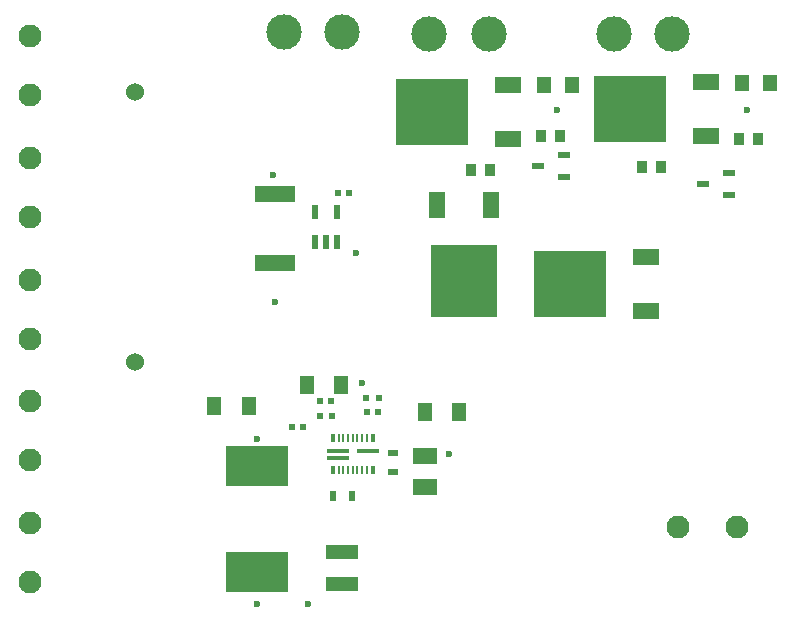
<source format=gbr>
%FSTAX23Y23*%
%MOIN*%
%SFA1B1*%

%IPPOS*%
%ADD10R,0.035430X0.039370*%
%ADD11R,0.041340X0.023620*%
%ADD15C,0.023620*%
%ADD16R,0.023620X0.024410*%
%ADD20R,0.047240X0.062990*%
%ADD27R,0.107090X0.048030*%
%ADD37R,0.037010X0.021260*%
%ADD51C,0.076770*%
%ADD52C,0.060000*%
%ADD53C,0.118110*%
%ADD57R,0.055000X0.090000*%
%ADD58R,0.224020X0.243310*%
%ADD59R,0.090000X0.055000*%
%ADD60R,0.243310X0.224020*%
%ADD61R,0.135830X0.057090*%
%ADD62R,0.045280X0.055120*%
%ADD63R,0.023620X0.047240*%
%ADD64R,0.208660X0.137400*%
%ADD65R,0.074800X0.011810*%
%ADD66R,0.011810X0.027560*%
%ADD67R,0.007870X0.027560*%
%ADD68R,0.079130X0.054330*%
%ADD69R,0.018700X0.019680*%
%ADD70R,0.021260X0.037010*%
%LNpwr_board_final_pads_bot-1*%
%LPD*%
G54D10*
X02333Y01495D03*
X02396D03*
X01763Y01485D03*
X01826D03*
X02721Y0159D03*
X02658D03*
X02061Y016D03*
X01998D03*
G54D11*
X02536Y0144D03*
X02623Y01402D03*
Y01477D03*
X02073Y01537D03*
Y01462D03*
X01986Y015D03*
G54D15*
X02685Y01685D03*
X0205D03*
X0138Y0121D03*
X0111Y01045D03*
X01105Y0147D03*
X014Y00775D03*
X0169Y0054D03*
X0105Y0059D03*
X01221Y0004D03*
X0105D03*
G54D16*
X01358Y0141D03*
X01321D03*
X01298Y00715D03*
X01261D03*
X01454Y0068D03*
X01417D03*
X01203Y00628D03*
X01167D03*
G54D20*
X00907Y007D03*
X01022D03*
X01217Y0077D03*
X01331D03*
X01609Y0068D03*
X01723D03*
G54D27*
X01335Y00105D03*
Y00212D03*
G54D37*
X01505Y00542D03*
Y0048D03*
G54D51*
X02454Y00295D03*
X0265D03*
X00295Y0031D03*
Y00113D03*
Y01931D03*
Y01735D03*
Y01525D03*
Y01328D03*
Y00715D03*
Y00518D03*
Y0112D03*
Y00923D03*
G54D52*
X00645Y00845D03*
X00645Y01745D03*
G54D53*
X01822Y0194D03*
X01625D03*
X01335Y01945D03*
X01139D03*
X02435Y0194D03*
X02239D03*
G54D57*
X0165Y01368D03*
X0183D03*
G54D58*
X0174Y01115D03*
G54D59*
X02348Y01015D03*
Y01195D03*
X02548Y0178D03*
Y016D03*
X01888Y0177D03*
Y0159D03*
G54D60*
X02095Y01105D03*
X02295Y0169D03*
X01635Y0168D03*
G54D61*
X0111Y01175D03*
Y01404D03*
G54D62*
X02668Y01775D03*
X02761D03*
X02101Y0177D03*
X02008D03*
G54D63*
X01318Y01344D03*
X01243D03*
Y01245D03*
X0128D03*
X01318D03*
G54D64*
X0105Y00145D03*
X0105Y005D03*
G54D65*
X0132Y0055D03*
Y00526D03*
X01419Y0055D03*
G54D66*
X01303Y00485D03*
X01437D03*
Y00591D03*
X01303D03*
G54D67*
X01322Y00485D03*
X01338D03*
X01354D03*
X0137D03*
X01385D03*
X01401D03*
X01417D03*
Y00591D03*
X01401D03*
X01385D03*
X0137D03*
X01354D03*
X01338D03*
X01322D03*
G54D68*
X0161Y00531D03*
Y00428D03*
G54D69*
X01415Y00725D03*
X01456D03*
X01259Y00665D03*
X013D03*
G54D70*
X01304Y004D03*
X01367D03*
M02*
</source>
